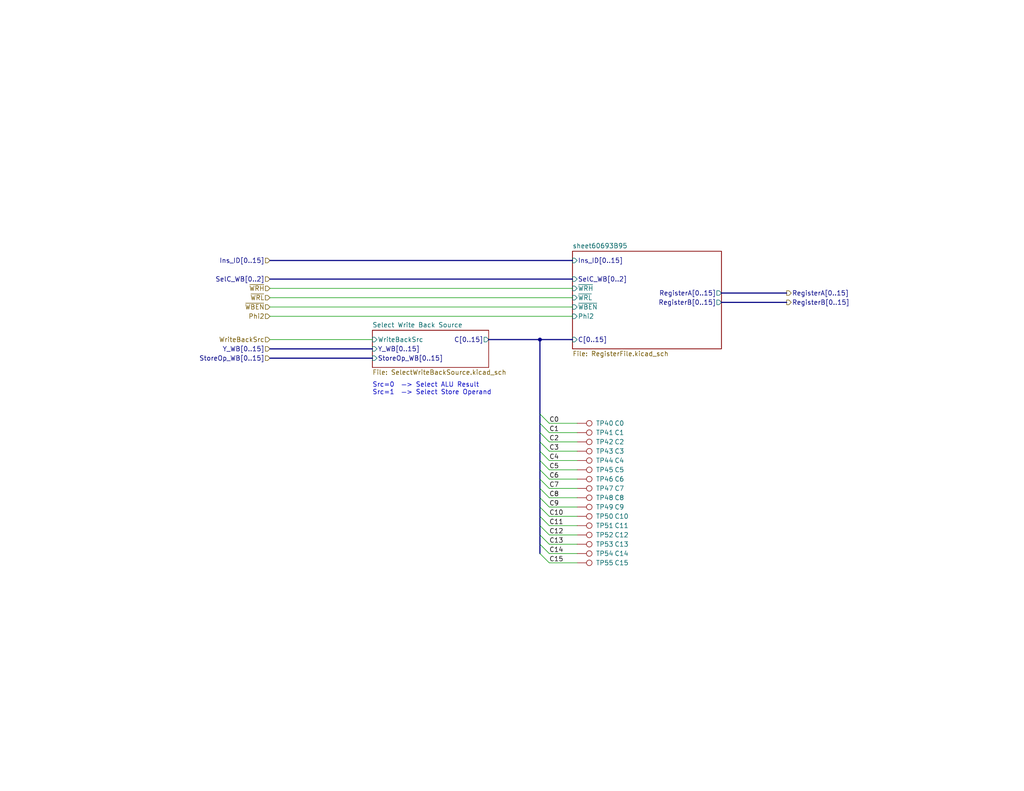
<source format=kicad_sch>
(kicad_sch (version 20250114) (generator "eeschema") (generator_version "9.0")
  (paper "USLetter")
  (title_block (date "2023-11-25") (rev "A") (comment 4 "The Write Back Stage and Register File are combined on one PCB."))
  (lib_symbols
    (symbol "Connector:TestPoint" (pin_numbers (hide yes)) (pin_names (offset 0.762) (hide yes))
      (property "Reference" "TP" (at 0 6.858 0))
      (property "Value" "TestPoint" (at 0 5.08 0))
      (symbol "TestPoint_0_1"
        (circle (center 0 3.302) (radius 0.762))
      )
      (symbol "TestPoint_1_1"
        (pin passive line (at 0 0 90) (length 2.54) (name "1") (number "1"))
      )
    )
  )
  (text "Src=0  —> Select ALU Result\nSrc=1  —> Select Store Operand" (at 101.6 107.95 0) (effects (font (size 1.27 1.27)) (justify left bottom)))
  (junction (at 147.32 92.71))
  (bus_entry (at 147.32 138.43) (size 2.54 2.54))
  (bus_entry (at 147.32 118.11) (size 2.54 2.54))
  (bus_entry (at 147.32 148.59) (size 2.54 2.54))
  (bus_entry (at 147.32 123.19) (size 2.54 2.54))
  (bus_entry (at 147.32 146.05) (size 2.54 2.54))
  (bus_entry (at 147.32 130.81) (size 2.54 2.54))
  (bus_entry (at 147.32 133.35) (size 2.54 2.54))
  (bus_entry (at 147.32 113.03) (size 2.54 2.54))
  (bus_entry (at 147.32 125.73) (size 2.54 2.54))
  (bus_entry (at 147.32 115.57) (size 2.54 2.54))
  (bus_entry (at 147.32 128.27) (size 2.54 2.54))
  (bus_entry (at 147.32 143.51) (size 2.54 2.54))
  (bus_entry (at 147.32 140.97) (size 2.54 2.54))
  (bus_entry (at 147.32 120.65) (size 2.54 2.54))
  (bus_entry (at 147.32 151.13) (size 2.54 2.54))
  (bus_entry (at 147.32 135.89) (size 2.54 2.54))
  (bus (pts (xy 73.66 97.79) (xy 101.6 97.79)))
  (bus (pts (xy 196.85 80.01) (xy 214.63 80.01)))
  (wire (pts (xy 149.86 125.73) (xy 157.48 125.73)))
  (bus (pts (xy 147.32 143.51) (xy 147.32 146.05)))
  (wire (pts (xy 149.86 128.27) (xy 157.48 128.27)))
  (bus (pts (xy 147.32 118.11) (xy 147.32 120.65)))
  (wire (pts (xy 149.86 123.19) (xy 157.48 123.19)))
  (wire (pts (xy 149.86 135.89) (xy 157.48 135.89)))
  (wire (pts (xy 149.86 146.05) (xy 157.48 146.05)))
  (bus (pts (xy 101.6 95.25) (xy 73.66 95.25)))
  (wire (pts (xy 149.86 151.13) (xy 157.48 151.13)))
  (bus (pts (xy 147.32 115.57) (xy 147.32 118.11)))
  (bus (pts (xy 147.32 146.05) (xy 147.32 148.59)))
  (wire (pts (xy 73.66 81.28) (xy 156.21 81.28)))
  (wire (pts (xy 149.86 133.35) (xy 157.48 133.35)))
  (bus (pts (xy 147.32 113.03) (xy 147.32 115.57)))
  (bus (pts (xy 147.32 135.89) (xy 147.32 138.43)))
  (bus (pts (xy 147.32 92.71) (xy 156.21 92.71)))
  (wire (pts (xy 149.86 118.11) (xy 157.48 118.11)))
  (bus (pts (xy 73.66 71.12) (xy 156.21 71.12)))
  (wire (pts (xy 149.86 130.81) (xy 157.48 130.81)))
  (bus (pts (xy 147.32 138.43) (xy 147.32 140.97)))
  (wire (pts (xy 149.86 120.65) (xy 157.48 120.65)))
  (bus (pts (xy 73.66 76.2) (xy 156.21 76.2)))
  (bus (pts (xy 147.32 133.35) (xy 147.32 135.89)))
  (bus (pts (xy 147.32 128.27) (xy 147.32 130.81)))
  (bus (pts (xy 147.32 130.81) (xy 147.32 133.35)))
  (wire (pts (xy 149.86 140.97) (xy 157.48 140.97)))
  (wire (pts (xy 149.86 153.67) (xy 157.48 153.67)))
  (bus (pts (xy 147.32 125.73) (xy 147.32 128.27)))
  (bus (pts (xy 147.32 123.19) (xy 147.32 125.73)))
  (wire (pts (xy 73.66 83.82) (xy 156.21 83.82)))
  (bus (pts (xy 147.32 120.65) (xy 147.32 123.19)))
  (wire (pts (xy 149.86 138.43) (xy 157.48 138.43)))
  (wire (pts (xy 149.86 115.57) (xy 157.48 115.57)))
  (bus (pts (xy 147.32 148.59) (xy 147.32 151.13)))
  (bus (pts (xy 147.32 140.97) (xy 147.32 143.51)))
  (bus (pts (xy 196.85 82.55) (xy 214.63 82.55)))
  (wire (pts (xy 73.66 92.71) (xy 101.6 92.71)))
  (wire (pts (xy 73.66 86.36) (xy 156.21 86.36)))
  (wire (pts (xy 73.66 78.74) (xy 156.21 78.74)))
  (bus (pts (xy 133.35 92.71) (xy 147.32 92.71)))
  (wire (pts (xy 149.86 148.59) (xy 157.48 148.59)))
  (wire (pts (xy 149.86 143.51) (xy 157.48 143.51)))
  (bus (pts (xy 147.32 113.03) (xy 147.32 92.71)))
  (label "C14" (at 149.86 151.13 0))
  (label "C13" (at 149.86 148.59 0))
  (label "C12" (at 149.86 146.05 0))
  (label "C9" (at 149.86 138.43 0))
  (label "C1" (at 149.86 118.11 0))
  (label "C4" (at 149.86 125.73 0))
  (label "C3" (at 149.86 123.19 0))
  (label "C0" (at 149.86 115.57 0))
  (label "C5" (at 149.86 128.27 0))
  (label "C10" (at 149.86 140.97 0))
  (label "C7" (at 149.86 133.35 0))
  (label "C15" (at 149.86 153.67 0))
  (label "C11" (at 149.86 143.51 0))
  (label "C6" (at 149.86 130.81 0))
  (label "C8" (at 149.86 135.89 0))
  (label "C2" (at 149.86 120.65 0))
  (hierarchical_label "RegisterA[0..15]" (shape output) (at 214.63 80.01 0))
  (hierarchical_label "~{WRH}" (shape input) (at 73.66 78.74 180))
  (hierarchical_label "StoreOp_WB[0..15]" (shape input) (at 73.66 97.79 180))
  (hierarchical_label "SelC_WB[0..2]" (shape input) (at 73.66 76.2 180))
  (hierarchical_label "Phi2" (shape input) (at 73.66 86.36 180))
  (hierarchical_label "Y_WB[0..15]" (shape input) (at 73.66 95.25 180))
  (hierarchical_label "WriteBackSrc" (shape input) (at 73.66 92.71 180))
  (hierarchical_label "~{WRL}" (shape input) (at 73.66 81.28 180))
  (hierarchical_label "Ins_ID[0..15]" (shape input) (at 73.66 71.12 180))
  (hierarchical_label "~{WBEN}" (shape input) (at 73.66 83.82 180))
  (hierarchical_label "RegisterB[0..15]" (shape output) (at 214.63 82.55 0))
  (symbol (lib_id "Connector:TestPoint") (at 157.48 153.67 270) (unit 1) (in_bom no)
    (property "Reference" "TP55" (at 162.56 153.67 90) (effects (justify left)))
    (property "Value" "C15" (at 167.64 153.67 90) (effects (justify left)))
    (property "Footprint" "TestPoint:TestPoint_Pad_D1.0mm" (effects (hide yes)))
  )
  (symbol (lib_id "Connector:TestPoint") (at 157.48 138.43 270) (unit 1) (in_bom no)
    (property "Reference" "TP49" (at 162.56 138.43 90) (effects (justify left)))
    (property "Value" "C9" (at 167.64 138.43 90) (effects (justify left)))
    (property "Footprint" "TestPoint:TestPoint_Pad_D1.0mm" (effects (hide yes)))
  )
  (symbol (lib_id "Connector:TestPoint") (at 157.48 125.73 270) (unit 1) (in_bom no)
    (property "Reference" "TP44" (at 162.56 125.73 90) (effects (justify left)))
    (property "Value" "C4" (at 167.64 125.73 90) (effects (justify left)))
    (property "Footprint" "TestPoint:TestPoint_Pad_D1.0mm" (effects (hide yes)))
  )
  (symbol (lib_id "Connector:TestPoint") (at 157.48 123.19 270) (unit 1) (in_bom no)
    (property "Reference" "TP43" (at 162.56 123.19 90) (effects (justify left)))
    (property "Value" "C3" (at 167.64 123.19 90) (effects (justify left)))
    (property "Footprint" "TestPoint:TestPoint_Pad_D1.0mm" (effects (hide yes)))
  )
  (symbol (lib_id "Connector:TestPoint") (at 157.48 120.65 270) (unit 1) (in_bom no)
    (property "Reference" "TP42" (at 162.56 120.65 90) (effects (justify left)))
    (property "Value" "C2" (at 167.64 120.65 90) (effects (justify left)))
    (property "Footprint" "TestPoint:TestPoint_Pad_D1.0mm" (effects (hide yes)))
  )
  (symbol (lib_id "Connector:TestPoint") (at 157.48 128.27 270) (unit 1) (in_bom no)
    (property "Reference" "TP45" (at 162.56 128.27 90) (effects (justify left)))
    (property "Value" "C5" (at 167.64 128.27 90) (effects (justify left)))
    (property "Footprint" "TestPoint:TestPoint_Pad_D1.0mm" (effects (hide yes)))
  )
  (symbol (lib_id "Connector:TestPoint") (at 157.48 148.59 270) (unit 1) (in_bom no)
    (property "Reference" "TP53" (at 162.56 148.59 90) (effects (justify left)))
    (property "Value" "C13" (at 167.64 148.59 90) (effects (justify left)))
    (property "Footprint" "TestPoint:TestPoint_Pad_D1.0mm" (effects (hide yes)))
  )
  (symbol (lib_id "Connector:TestPoint") (at 157.48 118.11 270) (unit 1) (in_bom no)
    (property "Reference" "TP41" (at 162.56 118.11 90) (effects (justify left)))
    (property "Value" "C1" (at 167.64 118.11 90) (effects (justify left)))
    (property "Footprint" "TestPoint:TestPoint_Pad_D1.0mm" (effects (hide yes)))
  )
  (symbol (lib_id "Connector:TestPoint") (at 157.48 143.51 270) (unit 1) (in_bom no)
    (property "Reference" "TP51" (at 162.56 143.51 90) (effects (justify left)))
    (property "Value" "C11" (at 167.64 143.51 90) (effects (justify left)))
    (property "Footprint" "TestPoint:TestPoint_Pad_D1.0mm" (effects (hide yes)))
  )
  (symbol (lib_id "Connector:TestPoint") (at 157.48 135.89 270) (unit 1) (in_bom no)
    (property "Reference" "TP48" (at 162.56 135.89 90) (effects (justify left)))
    (property "Value" "C8" (at 167.64 135.89 90) (effects (justify left)))
    (property "Footprint" "TestPoint:TestPoint_Pad_D1.0mm" (effects (hide yes)))
  )
  (symbol (lib_id "Connector:TestPoint") (at 157.48 146.05 270) (unit 1) (in_bom no)
    (property "Reference" "TP52" (at 162.56 146.05 90) (effects (justify left)))
    (property "Value" "C12" (at 167.64 146.05 90) (effects (justify left)))
    (property "Footprint" "TestPoint:TestPoint_Pad_D1.0mm" (effects (hide yes)))
  )
  (symbol (lib_id "Connector:TestPoint") (at 157.48 140.97 270) (unit 1) (in_bom no)
    (property "Reference" "TP50" (at 162.56 140.97 90) (effects (justify left)))
    (property "Value" "C10" (at 167.64 140.97 90) (effects (justify left)))
    (property "Footprint" "TestPoint:TestPoint_Pad_D1.0mm" (effects (hide yes)))
  )
  (symbol (lib_id "Connector:TestPoint") (at 157.48 130.81 270) (unit 1) (in_bom no)
    (property "Reference" "TP46" (at 162.56 130.81 90) (effects (justify left)))
    (property "Value" "C6" (at 167.64 130.81 90) (effects (justify left)))
    (property "Footprint" "TestPoint:TestPoint_Pad_D1.0mm" (effects (hide yes)))
  )
  (symbol (lib_id "Connector:TestPoint") (at 157.48 115.57 270) (unit 1) (in_bom no)
    (property "Reference" "TP40" (at 162.56 115.57 90) (effects (justify left)))
    (property "Value" "C0" (at 167.64 115.57 90) (effects (justify left)))
    (property "Footprint" "TestPoint:TestPoint_Pad_D1.0mm" (effects (hide yes)))
  )
  (symbol (lib_id "Connector:TestPoint") (at 157.48 151.13 270) (unit 1) (in_bom no)
    (property "Reference" "TP54" (at 162.56 151.13 90) (effects (justify left)))
    (property "Value" "C14" (at 167.64 151.13 90) (effects (justify left)))
    (property "Footprint" "TestPoint:TestPoint_Pad_D1.0mm" (effects (hide yes)))
  )
  (symbol (lib_id "Connector:TestPoint") (at 157.48 133.35 270) (unit 1) (in_bom no)
    (property "Reference" "TP47" (at 162.56 133.35 90) (effects (justify left)))
    (property "Value" "C7" (at 167.64 133.35 90) (effects (justify left)))
    (property "Footprint" "TestPoint:TestPoint_Pad_D1.0mm" (effects (hide yes)))
  )
  (sheet (at 101.6 90.17) (size 31.75 10.16)
    (property "Sheetname" "Select Write Back Source" (at 101.6 89.4584 0) (effects (justify left bottom)))
    (property "Sheetfile" "SelectWriteBackSource.kicad_sch" (at 101.6 100.9146 0) (effects (justify left top)))
    (pin "C[0..15]" output (at 133.35 92.71 0))
    (pin "StoreOp_WB[0..15]" input (at 101.6 97.79 180))
    (pin "Y_WB[0..15]" input (at 101.6 95.25 180))
    (pin "WriteBackSrc" input (at 101.6 92.71 180))
  )
  (sheet (at 156.21 68.58) (size 40.64 26.67)
    (property "Sheetname" "sheet60693B95" (at 156.21 67.8684 0) (effects (justify left bottom)))
    (property "Sheetfile" "RegisterFile.kicad_sch" (at 156.21 95.8346 0) (effects (justify left top)))
    (pin "~{WRH}" input (at 156.21 78.74 180))
    (pin "~{WRL}" input (at 156.21 81.28 180))
    (pin "C[0..15]" input (at 156.21 92.71 180))
    (pin "SelC_WB[0..2]" input (at 156.21 76.2 180))
    (pin "RegisterB[0..15]" output (at 196.85 82.55 0))
    (pin "RegisterA[0..15]" output (at 196.85 80.01 0))
    (pin "~{WBEN}" input (at 156.21 83.82 180))
    (pin "Ins_ID[0..15]" input (at 156.21 71.12 180))
    (pin "Phi2" input (at 156.21 86.36 180))
  )
)
</source>
